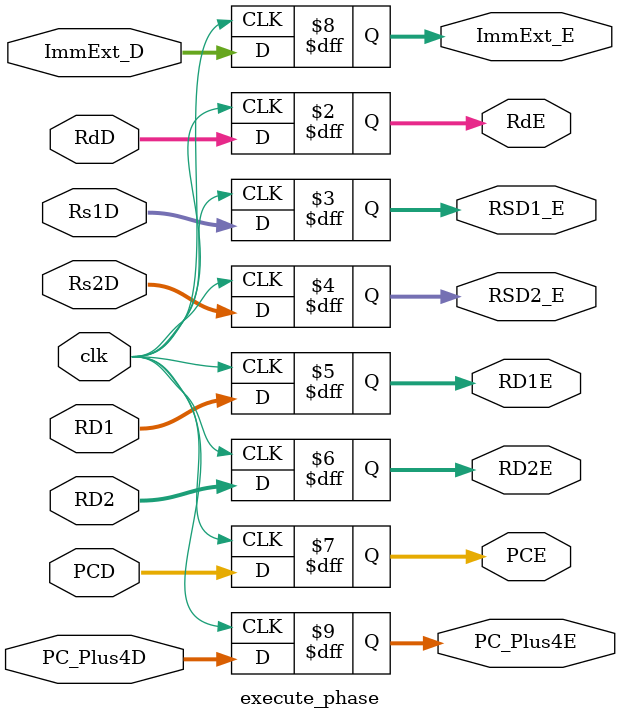
<source format=sv>
module execute_phase (
    input logic clk,
    input logic [31:0] RD1,
    input logic [31:0] RD2,
    input logic [31:0] PCD,ImmExt_D,PC_Plus4D,
    input logic [4:0] RdD,
    input logic [4:0] Rs1D,
    input logic [4:0] Rs2D,
    output  logic [4:0] RdE,
    output  logic [4:0] RSD1_E,
    output  logic [4:0] RSD2_E,
    output  logic [31:0] RD1E,RD2E,PCE,ImmExt_E,PC_Plus4E
);
always_ff @(posedge clk)
    begin
            RD1E<=RD1;
            RD2E<=RD2;
            RSD1_E<=Rs1D;
            RSD2_E<=Rs2D;
            PCE<=PCD;
            RdE<=RdD;
            ImmExt_E<=ImmExt_D;
            PC_Plus4E<=PC_Plus4D;
        end                     
endmodule

</source>
